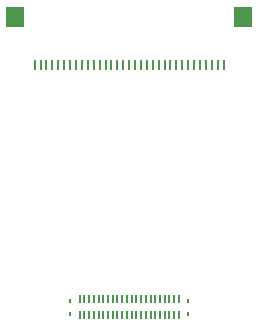
<source format=gtp>
G04 #@! TF.GenerationSoftware,KiCad,Pcbnew,6.0.8-f2edbf62ab~116~ubuntu20.04.1*
G04 #@! TF.CreationDate,2022-10-27T16:24:36+02:00*
G04 #@! TF.ProjectId,S3-44-to-33-FPC,53332d34-342d-4746-9f2d-33332d465043,1.0*
G04 #@! TF.SameCoordinates,Original*
G04 #@! TF.FileFunction,Paste,Top*
G04 #@! TF.FilePolarity,Positive*
%FSLAX46Y46*%
G04 Gerber Fmt 4.6, Leading zero omitted, Abs format (unit mm)*
G04 Created by KiCad (PCBNEW 6.0.8-f2edbf62ab~116~ubuntu20.04.1) date 2022-10-27 16:24:36*
%MOMM*%
%LPD*%
G01*
G04 APERTURE LIST*
%ADD10R,0.254000X0.812800*%
%ADD11R,1.524000X1.701800*%
%ADD12R,0.177800X0.660400*%
%ADD13R,0.177800X0.304800*%
G04 APERTURE END LIST*
D10*
X121574999Y-94415650D03*
X121075000Y-94415650D03*
X120574999Y-94415650D03*
X120075000Y-94415650D03*
X119574998Y-94415650D03*
X119074999Y-94415650D03*
X118575000Y-94415650D03*
X118074999Y-94415650D03*
X117575000Y-94415650D03*
X117074998Y-94415650D03*
X116574999Y-94415650D03*
X116075000Y-94415650D03*
X115574999Y-94415650D03*
X115075000Y-94415650D03*
X114574998Y-94415650D03*
X114074999Y-94415650D03*
X113575000Y-94415650D03*
X113074998Y-94415650D03*
X112574999Y-94415650D03*
X112075000Y-94415650D03*
X111574999Y-94415650D03*
X111075000Y-94415650D03*
X110574998Y-94415650D03*
X110074999Y-94415650D03*
X109575000Y-94415650D03*
X109074999Y-94415650D03*
X108575000Y-94415650D03*
X108074998Y-94415650D03*
X107574999Y-94415650D03*
X107075000Y-94415650D03*
X106574999Y-94415650D03*
X106075000Y-94415650D03*
X105574998Y-94415650D03*
D11*
X103923000Y-90402450D03*
X123227000Y-90402450D03*
D12*
X117788525Y-114275000D03*
X117788525Y-115625000D03*
X117388475Y-114275000D03*
X117388475Y-115625000D03*
X116988425Y-114275000D03*
X116988425Y-115625000D03*
X116588375Y-114275000D03*
X116588375Y-115625000D03*
X116188325Y-114275000D03*
X116188325Y-115625000D03*
X115788275Y-114275000D03*
X115788275Y-115625000D03*
X115388225Y-114275000D03*
X115388225Y-115625000D03*
X114988175Y-114275000D03*
X114988175Y-115625000D03*
X114588125Y-114275000D03*
X114588125Y-115625000D03*
X114188075Y-114275000D03*
X114188075Y-115625000D03*
X113788025Y-114275000D03*
X113788025Y-115625000D03*
X113387975Y-114275000D03*
X113387975Y-115625000D03*
X112987925Y-114275000D03*
X112987925Y-115625000D03*
X112587875Y-114275000D03*
X112587875Y-115625000D03*
X112187825Y-114275000D03*
X112187825Y-115625000D03*
X111787775Y-114275000D03*
X111787775Y-115625000D03*
X111387725Y-114275000D03*
X111387725Y-115625000D03*
X110987675Y-114275000D03*
X110987675Y-115625000D03*
X110587625Y-114275000D03*
X110587625Y-115625000D03*
X110187575Y-114275000D03*
X110187575Y-115625000D03*
X109787525Y-114275000D03*
X109787525Y-115625000D03*
X109387475Y-114275000D03*
X109387475Y-115625000D03*
D13*
X108588000Y-114374944D03*
X118588000Y-114374944D03*
X108588010Y-115525056D03*
X118587990Y-115525056D03*
M02*

</source>
